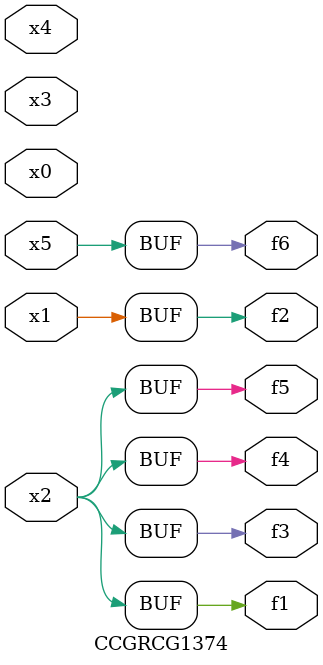
<source format=v>
module CCGRCG1374(
	input x0, x1, x2, x3, x4, x5,
	output f1, f2, f3, f4, f5, f6
);
	assign f1 = x2;
	assign f2 = x1;
	assign f3 = x2;
	assign f4 = x2;
	assign f5 = x2;
	assign f6 = x5;
endmodule

</source>
